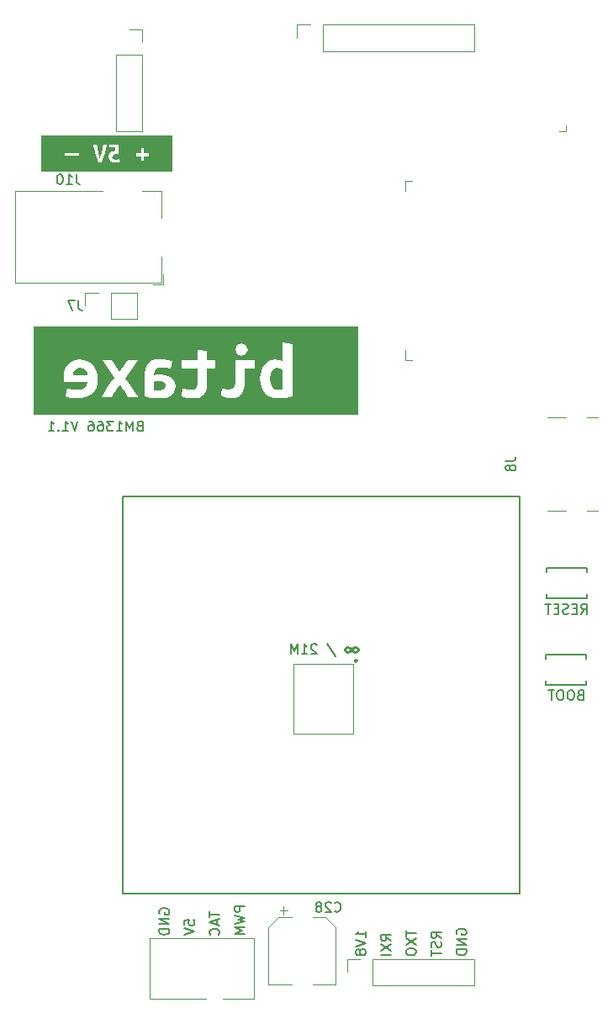
<source format=gbr>
%TF.GenerationSoftware,KiCad,Pcbnew,7.0.2*%
%TF.CreationDate,2023-09-06T19:35:36-04:00*%
%TF.ProjectId,bitaxeUltra,62697461-7865-4556-9c74-72612e6b6963,rev?*%
%TF.SameCoordinates,Original*%
%TF.FileFunction,Legend,Bot*%
%TF.FilePolarity,Positive*%
%FSLAX46Y46*%
G04 Gerber Fmt 4.6, Leading zero omitted, Abs format (unit mm)*
G04 Created by KiCad (PCBNEW 7.0.2) date 2023-09-06 19:35:36*
%MOMM*%
%LPD*%
G01*
G04 APERTURE LIST*
%ADD10C,0.150000*%
%ADD11C,0.250000*%
%ADD12C,0.120000*%
%ADD13C,0.050000*%
%ADD14C,0.227485*%
%ADD15C,0.152400*%
G04 APERTURE END LIST*
D10*
X85450000Y-95700000D02*
X125430000Y-95700000D01*
X125430000Y-135690000D01*
X85450000Y-135690000D01*
X85450000Y-95700000D01*
X117510119Y-140152046D02*
X117033928Y-139818713D01*
X117510119Y-139580618D02*
X116510119Y-139580618D01*
X116510119Y-139580618D02*
X116510119Y-139961570D01*
X116510119Y-139961570D02*
X116557738Y-140056808D01*
X116557738Y-140056808D02*
X116605357Y-140104427D01*
X116605357Y-140104427D02*
X116700595Y-140152046D01*
X116700595Y-140152046D02*
X116843452Y-140152046D01*
X116843452Y-140152046D02*
X116938690Y-140104427D01*
X116938690Y-140104427D02*
X116986309Y-140056808D01*
X116986309Y-140056808D02*
X117033928Y-139961570D01*
X117033928Y-139961570D02*
X117033928Y-139580618D01*
X117462500Y-140532999D02*
X117510119Y-140675856D01*
X117510119Y-140675856D02*
X117510119Y-140913951D01*
X117510119Y-140913951D02*
X117462500Y-141009189D01*
X117462500Y-141009189D02*
X117414880Y-141056808D01*
X117414880Y-141056808D02*
X117319642Y-141104427D01*
X117319642Y-141104427D02*
X117224404Y-141104427D01*
X117224404Y-141104427D02*
X117129166Y-141056808D01*
X117129166Y-141056808D02*
X117081547Y-141009189D01*
X117081547Y-141009189D02*
X117033928Y-140913951D01*
X117033928Y-140913951D02*
X116986309Y-140723475D01*
X116986309Y-140723475D02*
X116938690Y-140628237D01*
X116938690Y-140628237D02*
X116891071Y-140580618D01*
X116891071Y-140580618D02*
X116795833Y-140532999D01*
X116795833Y-140532999D02*
X116700595Y-140532999D01*
X116700595Y-140532999D02*
X116605357Y-140580618D01*
X116605357Y-140580618D02*
X116557738Y-140628237D01*
X116557738Y-140628237D02*
X116510119Y-140723475D01*
X116510119Y-140723475D02*
X116510119Y-140961570D01*
X116510119Y-140961570D02*
X116557738Y-141104427D01*
X116510119Y-141390142D02*
X116510119Y-141961570D01*
X117510119Y-141675856D02*
X116510119Y-141675856D01*
X91671619Y-138827523D02*
X91671619Y-138351333D01*
X91671619Y-138351333D02*
X92147809Y-138303714D01*
X92147809Y-138303714D02*
X92100190Y-138351333D01*
X92100190Y-138351333D02*
X92052571Y-138446571D01*
X92052571Y-138446571D02*
X92052571Y-138684666D01*
X92052571Y-138684666D02*
X92100190Y-138779904D01*
X92100190Y-138779904D02*
X92147809Y-138827523D01*
X92147809Y-138827523D02*
X92243047Y-138875142D01*
X92243047Y-138875142D02*
X92481142Y-138875142D01*
X92481142Y-138875142D02*
X92576380Y-138827523D01*
X92576380Y-138827523D02*
X92624000Y-138779904D01*
X92624000Y-138779904D02*
X92671619Y-138684666D01*
X92671619Y-138684666D02*
X92671619Y-138446571D01*
X92671619Y-138446571D02*
X92624000Y-138351333D01*
X92624000Y-138351333D02*
X92576380Y-138303714D01*
X91671619Y-139160857D02*
X92671619Y-139494190D01*
X92671619Y-139494190D02*
X91671619Y-139827523D01*
X109912619Y-140056809D02*
X109912619Y-139485381D01*
X109912619Y-139771095D02*
X108912619Y-139771095D01*
X108912619Y-139771095D02*
X109055476Y-139675857D01*
X109055476Y-139675857D02*
X109150714Y-139580619D01*
X109150714Y-139580619D02*
X109198333Y-139485381D01*
X108912619Y-140342524D02*
X109912619Y-140675857D01*
X109912619Y-140675857D02*
X108912619Y-141009190D01*
X109341190Y-141485381D02*
X109293571Y-141390143D01*
X109293571Y-141390143D02*
X109245952Y-141342524D01*
X109245952Y-141342524D02*
X109150714Y-141294905D01*
X109150714Y-141294905D02*
X109103095Y-141294905D01*
X109103095Y-141294905D02*
X109007857Y-141342524D01*
X109007857Y-141342524D02*
X108960238Y-141390143D01*
X108960238Y-141390143D02*
X108912619Y-141485381D01*
X108912619Y-141485381D02*
X108912619Y-141675857D01*
X108912619Y-141675857D02*
X108960238Y-141771095D01*
X108960238Y-141771095D02*
X109007857Y-141818714D01*
X109007857Y-141818714D02*
X109103095Y-141866333D01*
X109103095Y-141866333D02*
X109150714Y-141866333D01*
X109150714Y-141866333D02*
X109245952Y-141818714D01*
X109245952Y-141818714D02*
X109293571Y-141771095D01*
X109293571Y-141771095D02*
X109341190Y-141675857D01*
X109341190Y-141675857D02*
X109341190Y-141485381D01*
X109341190Y-141485381D02*
X109388809Y-141390143D01*
X109388809Y-141390143D02*
X109436428Y-141342524D01*
X109436428Y-141342524D02*
X109531666Y-141294905D01*
X109531666Y-141294905D02*
X109722142Y-141294905D01*
X109722142Y-141294905D02*
X109817380Y-141342524D01*
X109817380Y-141342524D02*
X109865000Y-141390143D01*
X109865000Y-141390143D02*
X109912619Y-141485381D01*
X109912619Y-141485381D02*
X109912619Y-141675857D01*
X109912619Y-141675857D02*
X109865000Y-141771095D01*
X109865000Y-141771095D02*
X109817380Y-141818714D01*
X109817380Y-141818714D02*
X109722142Y-141866333D01*
X109722142Y-141866333D02*
X109531666Y-141866333D01*
X109531666Y-141866333D02*
X109436428Y-141818714D01*
X109436428Y-141818714D02*
X109388809Y-141771095D01*
X109388809Y-141771095D02*
X109341190Y-141675857D01*
X106026190Y-110525000D02*
X106883332Y-111810714D01*
X104978570Y-110667857D02*
X104930951Y-110620238D01*
X104930951Y-110620238D02*
X104835713Y-110572619D01*
X104835713Y-110572619D02*
X104597618Y-110572619D01*
X104597618Y-110572619D02*
X104502380Y-110620238D01*
X104502380Y-110620238D02*
X104454761Y-110667857D01*
X104454761Y-110667857D02*
X104407142Y-110763095D01*
X104407142Y-110763095D02*
X104407142Y-110858333D01*
X104407142Y-110858333D02*
X104454761Y-111001190D01*
X104454761Y-111001190D02*
X105026189Y-111572619D01*
X105026189Y-111572619D02*
X104407142Y-111572619D01*
X103454761Y-111572619D02*
X104026189Y-111572619D01*
X103740475Y-111572619D02*
X103740475Y-110572619D01*
X103740475Y-110572619D02*
X103835713Y-110715476D01*
X103835713Y-110715476D02*
X103930951Y-110810714D01*
X103930951Y-110810714D02*
X104026189Y-110858333D01*
X103026189Y-111572619D02*
X103026189Y-110572619D01*
X103026189Y-110572619D02*
X102692856Y-111286904D01*
X102692856Y-111286904D02*
X102359523Y-110572619D01*
X102359523Y-110572619D02*
X102359523Y-111572619D01*
X87159761Y-88630809D02*
X87016904Y-88678428D01*
X87016904Y-88678428D02*
X86969285Y-88726047D01*
X86969285Y-88726047D02*
X86921666Y-88821285D01*
X86921666Y-88821285D02*
X86921666Y-88964142D01*
X86921666Y-88964142D02*
X86969285Y-89059380D01*
X86969285Y-89059380D02*
X87016904Y-89107000D01*
X87016904Y-89107000D02*
X87112142Y-89154619D01*
X87112142Y-89154619D02*
X87493094Y-89154619D01*
X87493094Y-89154619D02*
X87493094Y-88154619D01*
X87493094Y-88154619D02*
X87159761Y-88154619D01*
X87159761Y-88154619D02*
X87064523Y-88202238D01*
X87064523Y-88202238D02*
X87016904Y-88249857D01*
X87016904Y-88249857D02*
X86969285Y-88345095D01*
X86969285Y-88345095D02*
X86969285Y-88440333D01*
X86969285Y-88440333D02*
X87016904Y-88535571D01*
X87016904Y-88535571D02*
X87064523Y-88583190D01*
X87064523Y-88583190D02*
X87159761Y-88630809D01*
X87159761Y-88630809D02*
X87493094Y-88630809D01*
X86493094Y-89154619D02*
X86493094Y-88154619D01*
X86493094Y-88154619D02*
X86159761Y-88868904D01*
X86159761Y-88868904D02*
X85826428Y-88154619D01*
X85826428Y-88154619D02*
X85826428Y-89154619D01*
X84826428Y-89154619D02*
X85397856Y-89154619D01*
X85112142Y-89154619D02*
X85112142Y-88154619D01*
X85112142Y-88154619D02*
X85207380Y-88297476D01*
X85207380Y-88297476D02*
X85302618Y-88392714D01*
X85302618Y-88392714D02*
X85397856Y-88440333D01*
X84493094Y-88154619D02*
X83874047Y-88154619D01*
X83874047Y-88154619D02*
X84207380Y-88535571D01*
X84207380Y-88535571D02*
X84064523Y-88535571D01*
X84064523Y-88535571D02*
X83969285Y-88583190D01*
X83969285Y-88583190D02*
X83921666Y-88630809D01*
X83921666Y-88630809D02*
X83874047Y-88726047D01*
X83874047Y-88726047D02*
X83874047Y-88964142D01*
X83874047Y-88964142D02*
X83921666Y-89059380D01*
X83921666Y-89059380D02*
X83969285Y-89107000D01*
X83969285Y-89107000D02*
X84064523Y-89154619D01*
X84064523Y-89154619D02*
X84350237Y-89154619D01*
X84350237Y-89154619D02*
X84445475Y-89107000D01*
X84445475Y-89107000D02*
X84493094Y-89059380D01*
X83016904Y-88154619D02*
X83207380Y-88154619D01*
X83207380Y-88154619D02*
X83302618Y-88202238D01*
X83302618Y-88202238D02*
X83350237Y-88249857D01*
X83350237Y-88249857D02*
X83445475Y-88392714D01*
X83445475Y-88392714D02*
X83493094Y-88583190D01*
X83493094Y-88583190D02*
X83493094Y-88964142D01*
X83493094Y-88964142D02*
X83445475Y-89059380D01*
X83445475Y-89059380D02*
X83397856Y-89107000D01*
X83397856Y-89107000D02*
X83302618Y-89154619D01*
X83302618Y-89154619D02*
X83112142Y-89154619D01*
X83112142Y-89154619D02*
X83016904Y-89107000D01*
X83016904Y-89107000D02*
X82969285Y-89059380D01*
X82969285Y-89059380D02*
X82921666Y-88964142D01*
X82921666Y-88964142D02*
X82921666Y-88726047D01*
X82921666Y-88726047D02*
X82969285Y-88630809D01*
X82969285Y-88630809D02*
X83016904Y-88583190D01*
X83016904Y-88583190D02*
X83112142Y-88535571D01*
X83112142Y-88535571D02*
X83302618Y-88535571D01*
X83302618Y-88535571D02*
X83397856Y-88583190D01*
X83397856Y-88583190D02*
X83445475Y-88630809D01*
X83445475Y-88630809D02*
X83493094Y-88726047D01*
X82064523Y-88154619D02*
X82254999Y-88154619D01*
X82254999Y-88154619D02*
X82350237Y-88202238D01*
X82350237Y-88202238D02*
X82397856Y-88249857D01*
X82397856Y-88249857D02*
X82493094Y-88392714D01*
X82493094Y-88392714D02*
X82540713Y-88583190D01*
X82540713Y-88583190D02*
X82540713Y-88964142D01*
X82540713Y-88964142D02*
X82493094Y-89059380D01*
X82493094Y-89059380D02*
X82445475Y-89107000D01*
X82445475Y-89107000D02*
X82350237Y-89154619D01*
X82350237Y-89154619D02*
X82159761Y-89154619D01*
X82159761Y-89154619D02*
X82064523Y-89107000D01*
X82064523Y-89107000D02*
X82016904Y-89059380D01*
X82016904Y-89059380D02*
X81969285Y-88964142D01*
X81969285Y-88964142D02*
X81969285Y-88726047D01*
X81969285Y-88726047D02*
X82016904Y-88630809D01*
X82016904Y-88630809D02*
X82064523Y-88583190D01*
X82064523Y-88583190D02*
X82159761Y-88535571D01*
X82159761Y-88535571D02*
X82350237Y-88535571D01*
X82350237Y-88535571D02*
X82445475Y-88583190D01*
X82445475Y-88583190D02*
X82493094Y-88630809D01*
X82493094Y-88630809D02*
X82540713Y-88726047D01*
X80921665Y-88154619D02*
X80588332Y-89154619D01*
X80588332Y-89154619D02*
X80254999Y-88154619D01*
X79397856Y-89154619D02*
X79969284Y-89154619D01*
X79683570Y-89154619D02*
X79683570Y-88154619D01*
X79683570Y-88154619D02*
X79778808Y-88297476D01*
X79778808Y-88297476D02*
X79874046Y-88392714D01*
X79874046Y-88392714D02*
X79969284Y-88440333D01*
X78969284Y-89059380D02*
X78921665Y-89107000D01*
X78921665Y-89107000D02*
X78969284Y-89154619D01*
X78969284Y-89154619D02*
X79016903Y-89107000D01*
X79016903Y-89107000D02*
X78969284Y-89059380D01*
X78969284Y-89059380D02*
X78969284Y-89154619D01*
X77969285Y-89154619D02*
X78540713Y-89154619D01*
X78254999Y-89154619D02*
X78254999Y-88154619D01*
X78254999Y-88154619D02*
X78350237Y-88297476D01*
X78350237Y-88297476D02*
X78445475Y-88392714D01*
X78445475Y-88392714D02*
X78540713Y-88440333D01*
D11*
X108279523Y-110932857D02*
X108089047Y-110837619D01*
X108089047Y-110837619D02*
X107898571Y-110932857D01*
X107898571Y-110932857D02*
X107803333Y-111123333D01*
X107803333Y-111123333D02*
X107898571Y-111313809D01*
X107898571Y-111313809D02*
X108089047Y-111409047D01*
X108089047Y-111409047D02*
X108279523Y-111313809D01*
X108279523Y-111313809D02*
X108660475Y-110932857D01*
X108660475Y-110932857D02*
X108850952Y-110837619D01*
X108850952Y-110837619D02*
X109041428Y-110932857D01*
X109041428Y-110932857D02*
X109136666Y-111123333D01*
X109136666Y-111123333D02*
X109041428Y-111313809D01*
X109041428Y-111313809D02*
X108850952Y-111409047D01*
X108850952Y-111409047D02*
X108660475Y-111313809D01*
X108660475Y-111313809D02*
X108279523Y-110932857D01*
D10*
X112445119Y-140437762D02*
X111968928Y-140104429D01*
X112445119Y-139866334D02*
X111445119Y-139866334D01*
X111445119Y-139866334D02*
X111445119Y-140247286D01*
X111445119Y-140247286D02*
X111492738Y-140342524D01*
X111492738Y-140342524D02*
X111540357Y-140390143D01*
X111540357Y-140390143D02*
X111635595Y-140437762D01*
X111635595Y-140437762D02*
X111778452Y-140437762D01*
X111778452Y-140437762D02*
X111873690Y-140390143D01*
X111873690Y-140390143D02*
X111921309Y-140342524D01*
X111921309Y-140342524D02*
X111968928Y-140247286D01*
X111968928Y-140247286D02*
X111968928Y-139866334D01*
X111445119Y-140771096D02*
X112445119Y-141437762D01*
X111445119Y-141437762D02*
X112445119Y-140771096D01*
X112445119Y-141818715D02*
X111445119Y-141818715D01*
X97727619Y-136958238D02*
X96727619Y-136958238D01*
X96727619Y-136958238D02*
X96727619Y-137339190D01*
X96727619Y-137339190D02*
X96775238Y-137434428D01*
X96775238Y-137434428D02*
X96822857Y-137482047D01*
X96822857Y-137482047D02*
X96918095Y-137529666D01*
X96918095Y-137529666D02*
X97060952Y-137529666D01*
X97060952Y-137529666D02*
X97156190Y-137482047D01*
X97156190Y-137482047D02*
X97203809Y-137434428D01*
X97203809Y-137434428D02*
X97251428Y-137339190D01*
X97251428Y-137339190D02*
X97251428Y-136958238D01*
X96727619Y-137863000D02*
X97727619Y-138101095D01*
X97727619Y-138101095D02*
X97013333Y-138291571D01*
X97013333Y-138291571D02*
X97727619Y-138482047D01*
X97727619Y-138482047D02*
X96727619Y-138720143D01*
X97727619Y-139101095D02*
X96727619Y-139101095D01*
X96727619Y-139101095D02*
X97441904Y-139434428D01*
X97441904Y-139434428D02*
X96727619Y-139767761D01*
X96727619Y-139767761D02*
X97727619Y-139767761D01*
X119090238Y-139771095D02*
X119042619Y-139675857D01*
X119042619Y-139675857D02*
X119042619Y-139533000D01*
X119042619Y-139533000D02*
X119090238Y-139390143D01*
X119090238Y-139390143D02*
X119185476Y-139294905D01*
X119185476Y-139294905D02*
X119280714Y-139247286D01*
X119280714Y-139247286D02*
X119471190Y-139199667D01*
X119471190Y-139199667D02*
X119614047Y-139199667D01*
X119614047Y-139199667D02*
X119804523Y-139247286D01*
X119804523Y-139247286D02*
X119899761Y-139294905D01*
X119899761Y-139294905D02*
X119995000Y-139390143D01*
X119995000Y-139390143D02*
X120042619Y-139533000D01*
X120042619Y-139533000D02*
X120042619Y-139628238D01*
X120042619Y-139628238D02*
X119995000Y-139771095D01*
X119995000Y-139771095D02*
X119947380Y-139818714D01*
X119947380Y-139818714D02*
X119614047Y-139818714D01*
X119614047Y-139818714D02*
X119614047Y-139628238D01*
X120042619Y-140247286D02*
X119042619Y-140247286D01*
X119042619Y-140247286D02*
X120042619Y-140818714D01*
X120042619Y-140818714D02*
X119042619Y-140818714D01*
X120042619Y-141294905D02*
X119042619Y-141294905D01*
X119042619Y-141294905D02*
X119042619Y-141533000D01*
X119042619Y-141533000D02*
X119090238Y-141675857D01*
X119090238Y-141675857D02*
X119185476Y-141771095D01*
X119185476Y-141771095D02*
X119280714Y-141818714D01*
X119280714Y-141818714D02*
X119471190Y-141866333D01*
X119471190Y-141866333D02*
X119614047Y-141866333D01*
X119614047Y-141866333D02*
X119804523Y-141818714D01*
X119804523Y-141818714D02*
X119899761Y-141771095D01*
X119899761Y-141771095D02*
X119995000Y-141675857D01*
X119995000Y-141675857D02*
X120042619Y-141533000D01*
X120042619Y-141533000D02*
X120042619Y-141294905D01*
X113977619Y-139390143D02*
X113977619Y-139961571D01*
X114977619Y-139675857D02*
X113977619Y-139675857D01*
X113977619Y-140199667D02*
X114977619Y-140866333D01*
X113977619Y-140866333D02*
X114977619Y-140199667D01*
X113977619Y-141437762D02*
X113977619Y-141628238D01*
X113977619Y-141628238D02*
X114025238Y-141723476D01*
X114025238Y-141723476D02*
X114120476Y-141818714D01*
X114120476Y-141818714D02*
X114310952Y-141866333D01*
X114310952Y-141866333D02*
X114644285Y-141866333D01*
X114644285Y-141866333D02*
X114834761Y-141818714D01*
X114834761Y-141818714D02*
X114930000Y-141723476D01*
X114930000Y-141723476D02*
X114977619Y-141628238D01*
X114977619Y-141628238D02*
X114977619Y-141437762D01*
X114977619Y-141437762D02*
X114930000Y-141342524D01*
X114930000Y-141342524D02*
X114834761Y-141247286D01*
X114834761Y-141247286D02*
X114644285Y-141199667D01*
X114644285Y-141199667D02*
X114310952Y-141199667D01*
X114310952Y-141199667D02*
X114120476Y-141247286D01*
X114120476Y-141247286D02*
X114025238Y-141342524D01*
X114025238Y-141342524D02*
X113977619Y-141437762D01*
X94195119Y-137482047D02*
X94195119Y-138053475D01*
X95195119Y-137767761D02*
X94195119Y-137767761D01*
X94909404Y-138339190D02*
X94909404Y-138815380D01*
X95195119Y-138243952D02*
X94195119Y-138577285D01*
X94195119Y-138577285D02*
X95195119Y-138910618D01*
X95099880Y-139815380D02*
X95147500Y-139767761D01*
X95147500Y-139767761D02*
X95195119Y-139624904D01*
X95195119Y-139624904D02*
X95195119Y-139529666D01*
X95195119Y-139529666D02*
X95147500Y-139386809D01*
X95147500Y-139386809D02*
X95052261Y-139291571D01*
X95052261Y-139291571D02*
X94957023Y-139243952D01*
X94957023Y-139243952D02*
X94766547Y-139196333D01*
X94766547Y-139196333D02*
X94623690Y-139196333D01*
X94623690Y-139196333D02*
X94433214Y-139243952D01*
X94433214Y-139243952D02*
X94337976Y-139291571D01*
X94337976Y-139291571D02*
X94242738Y-139386809D01*
X94242738Y-139386809D02*
X94195119Y-139529666D01*
X94195119Y-139529666D02*
X94195119Y-139624904D01*
X94195119Y-139624904D02*
X94242738Y-139767761D01*
X94242738Y-139767761D02*
X94290357Y-139815380D01*
X89177738Y-137720143D02*
X89130119Y-137624905D01*
X89130119Y-137624905D02*
X89130119Y-137482048D01*
X89130119Y-137482048D02*
X89177738Y-137339191D01*
X89177738Y-137339191D02*
X89272976Y-137243953D01*
X89272976Y-137243953D02*
X89368214Y-137196334D01*
X89368214Y-137196334D02*
X89558690Y-137148715D01*
X89558690Y-137148715D02*
X89701547Y-137148715D01*
X89701547Y-137148715D02*
X89892023Y-137196334D01*
X89892023Y-137196334D02*
X89987261Y-137243953D01*
X89987261Y-137243953D02*
X90082500Y-137339191D01*
X90082500Y-137339191D02*
X90130119Y-137482048D01*
X90130119Y-137482048D02*
X90130119Y-137577286D01*
X90130119Y-137577286D02*
X90082500Y-137720143D01*
X90082500Y-137720143D02*
X90034880Y-137767762D01*
X90034880Y-137767762D02*
X89701547Y-137767762D01*
X89701547Y-137767762D02*
X89701547Y-137577286D01*
X90130119Y-138196334D02*
X89130119Y-138196334D01*
X89130119Y-138196334D02*
X90130119Y-138767762D01*
X90130119Y-138767762D02*
X89130119Y-138767762D01*
X90130119Y-139243953D02*
X89130119Y-139243953D01*
X89130119Y-139243953D02*
X89130119Y-139482048D01*
X89130119Y-139482048D02*
X89177738Y-139624905D01*
X89177738Y-139624905D02*
X89272976Y-139720143D01*
X89272976Y-139720143D02*
X89368214Y-139767762D01*
X89368214Y-139767762D02*
X89558690Y-139815381D01*
X89558690Y-139815381D02*
X89701547Y-139815381D01*
X89701547Y-139815381D02*
X89892023Y-139767762D01*
X89892023Y-139767762D02*
X89987261Y-139720143D01*
X89987261Y-139720143D02*
X90082500Y-139624905D01*
X90082500Y-139624905D02*
X90130119Y-139482048D01*
X90130119Y-139482048D02*
X90130119Y-139243953D01*
%TO.C,J7*%
X81003333Y-76002619D02*
X81003333Y-76716904D01*
X81003333Y-76716904D02*
X81050952Y-76859761D01*
X81050952Y-76859761D02*
X81146190Y-76955000D01*
X81146190Y-76955000D02*
X81289047Y-77002619D01*
X81289047Y-77002619D02*
X81384285Y-77002619D01*
X80622380Y-76002619D02*
X79955714Y-76002619D01*
X79955714Y-76002619D02*
X80384285Y-77002619D01*
%TO.C,J8*%
X124010619Y-92122666D02*
X124724904Y-92122666D01*
X124724904Y-92122666D02*
X124867761Y-92075047D01*
X124867761Y-92075047D02*
X124963000Y-91979809D01*
X124963000Y-91979809D02*
X125010619Y-91836952D01*
X125010619Y-91836952D02*
X125010619Y-91741714D01*
X124439190Y-92741714D02*
X124391571Y-92646476D01*
X124391571Y-92646476D02*
X124343952Y-92598857D01*
X124343952Y-92598857D02*
X124248714Y-92551238D01*
X124248714Y-92551238D02*
X124201095Y-92551238D01*
X124201095Y-92551238D02*
X124105857Y-92598857D01*
X124105857Y-92598857D02*
X124058238Y-92646476D01*
X124058238Y-92646476D02*
X124010619Y-92741714D01*
X124010619Y-92741714D02*
X124010619Y-92932190D01*
X124010619Y-92932190D02*
X124058238Y-93027428D01*
X124058238Y-93027428D02*
X124105857Y-93075047D01*
X124105857Y-93075047D02*
X124201095Y-93122666D01*
X124201095Y-93122666D02*
X124248714Y-93122666D01*
X124248714Y-93122666D02*
X124343952Y-93075047D01*
X124343952Y-93075047D02*
X124391571Y-93027428D01*
X124391571Y-93027428D02*
X124439190Y-92932190D01*
X124439190Y-92932190D02*
X124439190Y-92741714D01*
X124439190Y-92741714D02*
X124486809Y-92646476D01*
X124486809Y-92646476D02*
X124534428Y-92598857D01*
X124534428Y-92598857D02*
X124629666Y-92551238D01*
X124629666Y-92551238D02*
X124820142Y-92551238D01*
X124820142Y-92551238D02*
X124915380Y-92598857D01*
X124915380Y-92598857D02*
X124963000Y-92646476D01*
X124963000Y-92646476D02*
X125010619Y-92741714D01*
X125010619Y-92741714D02*
X125010619Y-92932190D01*
X125010619Y-92932190D02*
X124963000Y-93027428D01*
X124963000Y-93027428D02*
X124915380Y-93075047D01*
X124915380Y-93075047D02*
X124820142Y-93122666D01*
X124820142Y-93122666D02*
X124629666Y-93122666D01*
X124629666Y-93122666D02*
X124534428Y-93075047D01*
X124534428Y-93075047D02*
X124486809Y-93027428D01*
X124486809Y-93027428D02*
X124439190Y-92932190D01*
%TO.C,J10*%
X80782523Y-63296619D02*
X80782523Y-64010904D01*
X80782523Y-64010904D02*
X80830142Y-64153761D01*
X80830142Y-64153761D02*
X80925380Y-64249000D01*
X80925380Y-64249000D02*
X81068237Y-64296619D01*
X81068237Y-64296619D02*
X81163475Y-64296619D01*
X79782523Y-64296619D02*
X80353951Y-64296619D01*
X80068237Y-64296619D02*
X80068237Y-63296619D01*
X80068237Y-63296619D02*
X80163475Y-63439476D01*
X80163475Y-63439476D02*
X80258713Y-63534714D01*
X80258713Y-63534714D02*
X80353951Y-63582333D01*
X79163475Y-63296619D02*
X79068237Y-63296619D01*
X79068237Y-63296619D02*
X78972999Y-63344238D01*
X78972999Y-63344238D02*
X78925380Y-63391857D01*
X78925380Y-63391857D02*
X78877761Y-63487095D01*
X78877761Y-63487095D02*
X78830142Y-63677571D01*
X78830142Y-63677571D02*
X78830142Y-63915666D01*
X78830142Y-63915666D02*
X78877761Y-64106142D01*
X78877761Y-64106142D02*
X78925380Y-64201380D01*
X78925380Y-64201380D02*
X78972999Y-64249000D01*
X78972999Y-64249000D02*
X79068237Y-64296619D01*
X79068237Y-64296619D02*
X79163475Y-64296619D01*
X79163475Y-64296619D02*
X79258713Y-64249000D01*
X79258713Y-64249000D02*
X79306332Y-64201380D01*
X79306332Y-64201380D02*
X79353951Y-64106142D01*
X79353951Y-64106142D02*
X79401570Y-63915666D01*
X79401570Y-63915666D02*
X79401570Y-63677571D01*
X79401570Y-63677571D02*
X79353951Y-63487095D01*
X79353951Y-63487095D02*
X79306332Y-63391857D01*
X79306332Y-63391857D02*
X79258713Y-63344238D01*
X79258713Y-63344238D02*
X79163475Y-63296619D01*
%TO.C,C28*%
X106790857Y-137442380D02*
X106838476Y-137490000D01*
X106838476Y-137490000D02*
X106981333Y-137537619D01*
X106981333Y-137537619D02*
X107076571Y-137537619D01*
X107076571Y-137537619D02*
X107219428Y-137490000D01*
X107219428Y-137490000D02*
X107314666Y-137394761D01*
X107314666Y-137394761D02*
X107362285Y-137299523D01*
X107362285Y-137299523D02*
X107409904Y-137109047D01*
X107409904Y-137109047D02*
X107409904Y-136966190D01*
X107409904Y-136966190D02*
X107362285Y-136775714D01*
X107362285Y-136775714D02*
X107314666Y-136680476D01*
X107314666Y-136680476D02*
X107219428Y-136585238D01*
X107219428Y-136585238D02*
X107076571Y-136537619D01*
X107076571Y-136537619D02*
X106981333Y-136537619D01*
X106981333Y-136537619D02*
X106838476Y-136585238D01*
X106838476Y-136585238D02*
X106790857Y-136632857D01*
X106409904Y-136632857D02*
X106362285Y-136585238D01*
X106362285Y-136585238D02*
X106267047Y-136537619D01*
X106267047Y-136537619D02*
X106028952Y-136537619D01*
X106028952Y-136537619D02*
X105933714Y-136585238D01*
X105933714Y-136585238D02*
X105886095Y-136632857D01*
X105886095Y-136632857D02*
X105838476Y-136728095D01*
X105838476Y-136728095D02*
X105838476Y-136823333D01*
X105838476Y-136823333D02*
X105886095Y-136966190D01*
X105886095Y-136966190D02*
X106457523Y-137537619D01*
X106457523Y-137537619D02*
X105838476Y-137537619D01*
X105267047Y-136966190D02*
X105362285Y-136918571D01*
X105362285Y-136918571D02*
X105409904Y-136870952D01*
X105409904Y-136870952D02*
X105457523Y-136775714D01*
X105457523Y-136775714D02*
X105457523Y-136728095D01*
X105457523Y-136728095D02*
X105409904Y-136632857D01*
X105409904Y-136632857D02*
X105362285Y-136585238D01*
X105362285Y-136585238D02*
X105267047Y-136537619D01*
X105267047Y-136537619D02*
X105076571Y-136537619D01*
X105076571Y-136537619D02*
X104981333Y-136585238D01*
X104981333Y-136585238D02*
X104933714Y-136632857D01*
X104933714Y-136632857D02*
X104886095Y-136728095D01*
X104886095Y-136728095D02*
X104886095Y-136775714D01*
X104886095Y-136775714D02*
X104933714Y-136870952D01*
X104933714Y-136870952D02*
X104981333Y-136918571D01*
X104981333Y-136918571D02*
X105076571Y-136966190D01*
X105076571Y-136966190D02*
X105267047Y-136966190D01*
X105267047Y-136966190D02*
X105362285Y-137013809D01*
X105362285Y-137013809D02*
X105409904Y-137061428D01*
X105409904Y-137061428D02*
X105457523Y-137156666D01*
X105457523Y-137156666D02*
X105457523Y-137347142D01*
X105457523Y-137347142D02*
X105409904Y-137442380D01*
X105409904Y-137442380D02*
X105362285Y-137490000D01*
X105362285Y-137490000D02*
X105267047Y-137537619D01*
X105267047Y-137537619D02*
X105076571Y-137537619D01*
X105076571Y-137537619D02*
X104981333Y-137490000D01*
X104981333Y-137490000D02*
X104933714Y-137442380D01*
X104933714Y-137442380D02*
X104886095Y-137347142D01*
X104886095Y-137347142D02*
X104886095Y-137156666D01*
X104886095Y-137156666D02*
X104933714Y-137061428D01*
X104933714Y-137061428D02*
X104981333Y-137013809D01*
X104981333Y-137013809D02*
X105076571Y-136966190D01*
%TO.C,SW1*%
X131608381Y-107538619D02*
X131941714Y-107062428D01*
X132179809Y-107538619D02*
X132179809Y-106538619D01*
X132179809Y-106538619D02*
X131798857Y-106538619D01*
X131798857Y-106538619D02*
X131703619Y-106586238D01*
X131703619Y-106586238D02*
X131656000Y-106633857D01*
X131656000Y-106633857D02*
X131608381Y-106729095D01*
X131608381Y-106729095D02*
X131608381Y-106871952D01*
X131608381Y-106871952D02*
X131656000Y-106967190D01*
X131656000Y-106967190D02*
X131703619Y-107014809D01*
X131703619Y-107014809D02*
X131798857Y-107062428D01*
X131798857Y-107062428D02*
X132179809Y-107062428D01*
X131179809Y-107014809D02*
X130846476Y-107014809D01*
X130703619Y-107538619D02*
X131179809Y-107538619D01*
X131179809Y-107538619D02*
X131179809Y-106538619D01*
X131179809Y-106538619D02*
X130703619Y-106538619D01*
X130322666Y-107491000D02*
X130179809Y-107538619D01*
X130179809Y-107538619D02*
X129941714Y-107538619D01*
X129941714Y-107538619D02*
X129846476Y-107491000D01*
X129846476Y-107491000D02*
X129798857Y-107443380D01*
X129798857Y-107443380D02*
X129751238Y-107348142D01*
X129751238Y-107348142D02*
X129751238Y-107252904D01*
X129751238Y-107252904D02*
X129798857Y-107157666D01*
X129798857Y-107157666D02*
X129846476Y-107110047D01*
X129846476Y-107110047D02*
X129941714Y-107062428D01*
X129941714Y-107062428D02*
X130132190Y-107014809D01*
X130132190Y-107014809D02*
X130227428Y-106967190D01*
X130227428Y-106967190D02*
X130275047Y-106919571D01*
X130275047Y-106919571D02*
X130322666Y-106824333D01*
X130322666Y-106824333D02*
X130322666Y-106729095D01*
X130322666Y-106729095D02*
X130275047Y-106633857D01*
X130275047Y-106633857D02*
X130227428Y-106586238D01*
X130227428Y-106586238D02*
X130132190Y-106538619D01*
X130132190Y-106538619D02*
X129894095Y-106538619D01*
X129894095Y-106538619D02*
X129751238Y-106586238D01*
X129322666Y-107014809D02*
X128989333Y-107014809D01*
X128846476Y-107538619D02*
X129322666Y-107538619D01*
X129322666Y-107538619D02*
X129322666Y-106538619D01*
X129322666Y-106538619D02*
X128846476Y-106538619D01*
X128560761Y-106538619D02*
X127989333Y-106538619D01*
X128275047Y-107538619D02*
X128275047Y-106538619D01*
%TO.C,SW2*%
X131514142Y-115666809D02*
X131371285Y-115714428D01*
X131371285Y-115714428D02*
X131323666Y-115762047D01*
X131323666Y-115762047D02*
X131276047Y-115857285D01*
X131276047Y-115857285D02*
X131276047Y-116000142D01*
X131276047Y-116000142D02*
X131323666Y-116095380D01*
X131323666Y-116095380D02*
X131371285Y-116143000D01*
X131371285Y-116143000D02*
X131466523Y-116190619D01*
X131466523Y-116190619D02*
X131847475Y-116190619D01*
X131847475Y-116190619D02*
X131847475Y-115190619D01*
X131847475Y-115190619D02*
X131514142Y-115190619D01*
X131514142Y-115190619D02*
X131418904Y-115238238D01*
X131418904Y-115238238D02*
X131371285Y-115285857D01*
X131371285Y-115285857D02*
X131323666Y-115381095D01*
X131323666Y-115381095D02*
X131323666Y-115476333D01*
X131323666Y-115476333D02*
X131371285Y-115571571D01*
X131371285Y-115571571D02*
X131418904Y-115619190D01*
X131418904Y-115619190D02*
X131514142Y-115666809D01*
X131514142Y-115666809D02*
X131847475Y-115666809D01*
X130656999Y-115190619D02*
X130466523Y-115190619D01*
X130466523Y-115190619D02*
X130371285Y-115238238D01*
X130371285Y-115238238D02*
X130276047Y-115333476D01*
X130276047Y-115333476D02*
X130228428Y-115523952D01*
X130228428Y-115523952D02*
X130228428Y-115857285D01*
X130228428Y-115857285D02*
X130276047Y-116047761D01*
X130276047Y-116047761D02*
X130371285Y-116143000D01*
X130371285Y-116143000D02*
X130466523Y-116190619D01*
X130466523Y-116190619D02*
X130656999Y-116190619D01*
X130656999Y-116190619D02*
X130752237Y-116143000D01*
X130752237Y-116143000D02*
X130847475Y-116047761D01*
X130847475Y-116047761D02*
X130895094Y-115857285D01*
X130895094Y-115857285D02*
X130895094Y-115523952D01*
X130895094Y-115523952D02*
X130847475Y-115333476D01*
X130847475Y-115333476D02*
X130752237Y-115238238D01*
X130752237Y-115238238D02*
X130656999Y-115190619D01*
X129609380Y-115190619D02*
X129418904Y-115190619D01*
X129418904Y-115190619D02*
X129323666Y-115238238D01*
X129323666Y-115238238D02*
X129228428Y-115333476D01*
X129228428Y-115333476D02*
X129180809Y-115523952D01*
X129180809Y-115523952D02*
X129180809Y-115857285D01*
X129180809Y-115857285D02*
X129228428Y-116047761D01*
X129228428Y-116047761D02*
X129323666Y-116143000D01*
X129323666Y-116143000D02*
X129418904Y-116190619D01*
X129418904Y-116190619D02*
X129609380Y-116190619D01*
X129609380Y-116190619D02*
X129704618Y-116143000D01*
X129704618Y-116143000D02*
X129799856Y-116047761D01*
X129799856Y-116047761D02*
X129847475Y-115857285D01*
X129847475Y-115857285D02*
X129847475Y-115523952D01*
X129847475Y-115523952D02*
X129799856Y-115333476D01*
X129799856Y-115333476D02*
X129704618Y-115238238D01*
X129704618Y-115238238D02*
X129609380Y-115190619D01*
X128895094Y-115190619D02*
X128323666Y-115190619D01*
X128609380Y-116190619D02*
X128609380Y-115190619D01*
D12*
%TO.C,J4*%
X88198600Y-140193000D02*
X98663400Y-140193000D01*
X88198600Y-146289000D02*
X88198600Y-140193000D01*
X93861825Y-146289000D02*
X88198600Y-146289000D01*
X98663400Y-140193000D02*
X98663400Y-146289000D01*
X98663400Y-146289000D02*
X95540175Y-146289000D01*
%TO.C,J9*%
X87436000Y-58988000D02*
X84776000Y-58988000D01*
X87436000Y-51308000D02*
X87436000Y-58988000D01*
X87436000Y-51308000D02*
X84776000Y-51308000D01*
X87436000Y-50038000D02*
X87436000Y-48708000D01*
X87436000Y-48708000D02*
X86106000Y-48708000D01*
X84776000Y-51308000D02*
X84776000Y-58988000D01*
%TO.C,J6*%
X120863000Y-48257000D02*
X120863000Y-50917000D01*
X105563000Y-48257000D02*
X120863000Y-48257000D01*
X105563000Y-48257000D02*
X105563000Y-50917000D01*
X104293000Y-48257000D02*
X102963000Y-48257000D01*
X102963000Y-48257000D02*
X102963000Y-49587000D01*
X105563000Y-50917000D02*
X120863000Y-50917000D01*
%TO.C,J7*%
X86870000Y-75210000D02*
X86870000Y-77870000D01*
X84270000Y-75210000D02*
X86870000Y-75210000D01*
X84270000Y-75210000D02*
X84270000Y-77870000D01*
X83000000Y-75210000D02*
X81670000Y-75210000D01*
X81670000Y-75210000D02*
X81670000Y-76540000D01*
X84270000Y-77870000D02*
X86870000Y-77870000D01*
%TO.C,J3*%
X120840000Y-142250000D02*
X120840000Y-144910000D01*
X110620000Y-142250000D02*
X120840000Y-142250000D01*
X110620000Y-142250000D02*
X110620000Y-144910000D01*
X109350000Y-142250000D02*
X108020000Y-142250000D01*
X108020000Y-142250000D02*
X108020000Y-143580000D01*
X110620000Y-144910000D02*
X120840000Y-144910000D01*
%TO.C,J8*%
X132148000Y-87786000D02*
X133298000Y-87786000D01*
X130048000Y-87786000D02*
X128248000Y-87786000D01*
X132148000Y-97126000D02*
X133298000Y-97126000D01*
X130048000Y-97126000D02*
X128248000Y-97126000D01*
%TO.C,J10*%
X74623000Y-64984000D02*
X74623000Y-74184000D01*
X74623000Y-74184000D02*
X89323000Y-74184000D01*
X83423000Y-64984000D02*
X74623000Y-64984000D01*
X88473000Y-74384000D02*
X89523000Y-74384000D01*
X89323000Y-64984000D02*
X87423000Y-64984000D01*
X89323000Y-67684000D02*
X89323000Y-64984000D01*
X89323000Y-74184000D02*
X89323000Y-71584000D01*
X89523000Y-73334000D02*
X89523000Y-74384000D01*
%TO.C,U12*%
X113860000Y-81960000D02*
X113860000Y-80960000D01*
X114610000Y-81960000D02*
X113860000Y-81960000D01*
X113860000Y-63960000D02*
X113860000Y-64960000D01*
X114610000Y-63960000D02*
X113860000Y-63960000D01*
%TO.C,J5*%
X130035000Y-59000000D02*
X130035000Y-58365000D01*
X129400000Y-59000000D02*
X130035000Y-59000000D01*
D13*
%TO.C,U14*%
X108612000Y-112568000D02*
X102612000Y-112568000D01*
X102612000Y-112568000D02*
X102612000Y-119568000D01*
X102612000Y-119568000D02*
X108612000Y-119568000D01*
X108612000Y-119568000D02*
X108612000Y-112568000D01*
D14*
X109045742Y-112258000D02*
G75*
G03*
X109045742Y-112258000I-113742J0D01*
G01*
D12*
%TO.C,C28*%
X101642500Y-136982500D02*
X101642500Y-137770000D01*
X101248750Y-137376250D02*
X102036250Y-137376250D01*
X105835563Y-138010000D02*
X104550000Y-138010000D01*
X105835563Y-138010000D02*
X106900000Y-139074437D01*
X101144437Y-138010000D02*
X102430000Y-138010000D01*
X101144437Y-138010000D02*
X100080000Y-139074437D01*
X106900000Y-139074437D02*
X106900000Y-144830000D01*
X100080000Y-139074437D02*
X100080000Y-144830000D01*
X106900000Y-144830000D02*
X104550000Y-144830000D01*
X100080000Y-144830000D02*
X102430000Y-144830000D01*
D15*
%TO.C,SW1*%
X132218000Y-105972000D02*
X128154000Y-105972000D01*
X132218000Y-105542740D02*
X132218000Y-105972000D01*
X132218000Y-102924000D02*
X132218000Y-103353260D01*
X128154000Y-105972000D02*
X128154000Y-105542740D01*
X128154000Y-103353260D02*
X128154000Y-102924000D01*
X128154000Y-102924000D02*
X132218000Y-102924000D01*
%TO.C,kibuzzard-6392B1E5*%
G36*
X90430350Y-63069470D02*
G01*
X88049100Y-63069470D01*
X87297577Y-63069470D01*
X84728685Y-63069470D01*
X83345655Y-63069470D01*
X79590900Y-63069470D01*
X77209650Y-63069470D01*
X77209650Y-61185425D01*
X79590900Y-61185425D01*
X79590900Y-61448315D01*
X81019650Y-61448315D01*
X81019650Y-61185425D01*
X79590900Y-61185425D01*
X77209650Y-61185425D01*
X77209650Y-60311030D01*
X82482690Y-60311030D01*
X82520909Y-60492481D01*
X82566986Y-60693935D01*
X82620564Y-60910748D01*
X82681286Y-61138276D01*
X82725577Y-61294486D01*
X82772726Y-61452601D01*
X82822732Y-61612621D01*
X82874802Y-61771848D01*
X82928142Y-61927581D01*
X82982752Y-62079823D01*
X83345655Y-62079823D01*
X83416378Y-61869796D01*
X83491387Y-61634053D01*
X83518395Y-61545470D01*
X84028597Y-61545470D01*
X84071460Y-61772641D01*
X84202905Y-61954093D01*
X84302203Y-62022673D01*
X84422932Y-62074108D01*
X84565093Y-62106254D01*
X84728685Y-62116970D01*
X84868702Y-62108398D01*
X85005862Y-62086966D01*
X85124449Y-62056963D01*
X85205887Y-62025530D01*
X85134450Y-61734065D01*
X84974430Y-61791215D01*
X84865131Y-61810503D01*
X84731542Y-61816933D01*
X84561521Y-61794073D01*
X84455794Y-61735494D01*
X84402930Y-61654055D01*
X84388642Y-61559758D01*
X84403982Y-61474033D01*
X86848950Y-61474033D01*
X87297577Y-61474033D01*
X87297577Y-61971238D01*
X87600472Y-61971238D01*
X87600472Y-61474033D01*
X88049100Y-61474033D01*
X88049100Y-61185425D01*
X87600472Y-61185425D01*
X87600472Y-60688220D01*
X87297577Y-60688220D01*
X87297577Y-61185425D01*
X86848950Y-61185425D01*
X86848950Y-61474033D01*
X84403982Y-61474033D01*
X84412931Y-61424026D01*
X84510086Y-61318299D01*
X84717255Y-61249719D01*
X84872274Y-61231502D01*
X85068727Y-61225430D01*
X85043010Y-60987900D01*
X85023007Y-60755371D01*
X85008006Y-60529272D01*
X84997290Y-60311030D01*
X84094320Y-60311030D01*
X84094320Y-60602495D01*
X84702967Y-60602495D01*
X84717255Y-60793948D01*
X84731542Y-60956825D01*
X84515325Y-60986035D01*
X84339113Y-61043185D01*
X84202905Y-61128275D01*
X84106068Y-61240670D01*
X84047965Y-61379735D01*
X84028597Y-61545470D01*
X83518395Y-61545470D01*
X83541870Y-61468476D01*
X83590447Y-61303218D01*
X83637120Y-61138276D01*
X83681252Y-60976510D01*
X83722210Y-60820776D01*
X83759992Y-60671075D01*
X83807141Y-60471050D01*
X83840002Y-60311030D01*
X83468527Y-60311030D01*
X83447096Y-60459263D01*
X83417092Y-60629641D01*
X83381017Y-60813950D01*
X83341369Y-61003974D01*
X83298506Y-61195426D01*
X83252786Y-61384021D01*
X83205995Y-61561543D01*
X83159917Y-61719778D01*
X83114197Y-61563687D01*
X83068477Y-61386879D01*
X83024186Y-61198284D01*
X82982752Y-61006831D01*
X82944176Y-60816450D01*
X82908457Y-60631070D01*
X82877025Y-60459620D01*
X82851307Y-60311030D01*
X82482690Y-60311030D01*
X77209650Y-60311030D01*
X77209650Y-59358530D01*
X79590900Y-59358530D01*
X88049100Y-59358530D01*
X90430350Y-59358530D01*
X90430350Y-63069470D01*
G37*
%TO.C,kibuzzard-63D74789*%
G36*
X81486990Y-82810844D02*
G01*
X81717177Y-82985469D01*
X81860052Y-83239469D01*
X81927521Y-83533156D01*
X80435271Y-83533156D01*
X80474958Y-83243437D01*
X80601958Y-82993406D01*
X80824208Y-82814813D01*
X81157583Y-82747344D01*
X81486990Y-82810844D01*
G37*
G36*
X89325271Y-84156250D02*
G01*
X89575302Y-84223719D01*
X89745958Y-84358656D01*
X89809458Y-84588844D01*
X89618958Y-84950000D01*
X89126833Y-85057156D01*
X88817271Y-85053188D01*
X88555333Y-85033344D01*
X88555333Y-84176094D01*
X88785521Y-84148313D01*
X89031583Y-84136406D01*
X89325271Y-84156250D01*
G37*
G36*
X101291052Y-82830688D02*
G01*
X101556958Y-82937844D01*
X101556958Y-84961906D01*
X101322802Y-84993656D01*
X101112458Y-85001594D01*
X100771146Y-84937102D01*
X100509208Y-84743625D01*
X100342521Y-84395367D01*
X100286958Y-83866531D01*
X100329622Y-83404172D01*
X100457615Y-83064844D01*
X100672919Y-82856484D01*
X100977521Y-82787031D01*
X101291052Y-82830688D01*
G37*
G36*
X109147854Y-87496615D02*
G01*
X102533271Y-87496615D01*
X101088646Y-87496615D01*
X96405521Y-87496615D01*
X92532021Y-87496615D01*
X89198271Y-87496615D01*
X83332458Y-87496615D01*
X80887708Y-87496615D01*
X79490708Y-87496615D01*
X76514146Y-87496615D01*
X76514146Y-83842719D01*
X79490708Y-83842719D01*
X79494677Y-84041156D01*
X79506583Y-84207844D01*
X81927521Y-84207844D01*
X81852115Y-84534273D01*
X81625896Y-84783312D01*
X81280615Y-84941070D01*
X80848021Y-84993656D01*
X80288427Y-84930156D01*
X79839958Y-84803156D01*
X79705021Y-85636594D01*
X80244771Y-85783438D01*
X80887708Y-85842969D01*
X81339154Y-85812211D01*
X81585443Y-85755656D01*
X83332458Y-85755656D01*
X84348458Y-85755656D01*
X84562771Y-85372672D01*
X84777083Y-85033344D01*
X84985443Y-84731719D01*
X85181896Y-84461844D01*
X85408115Y-84775375D01*
X85610521Y-85080969D01*
X85803005Y-85400453D01*
X85999458Y-85755656D01*
X86991646Y-85755656D01*
X86940154Y-85668344D01*
X87618708Y-85668344D01*
X88253708Y-85779469D01*
X88700193Y-85827094D01*
X89198271Y-85842969D01*
X89845177Y-85779469D01*
X90182146Y-85636594D01*
X91341396Y-85636594D01*
X91924802Y-85795344D01*
X92532021Y-85842969D01*
X93135271Y-85787406D01*
X93530383Y-85596906D01*
X95349833Y-85596906D01*
X95917365Y-85791375D01*
X96405521Y-85842969D01*
X96755763Y-85815188D01*
X97044490Y-85731844D01*
X97457240Y-85410375D01*
X97675521Y-84898406D01*
X97723146Y-84574953D01*
X97739021Y-84207844D01*
X97739021Y-83890344D01*
X99294771Y-83890344D01*
X99324536Y-84314008D01*
X99413833Y-84696000D01*
X99560677Y-85030367D01*
X99763083Y-85311156D01*
X100019068Y-85536383D01*
X100326646Y-85704063D01*
X100683833Y-85808242D01*
X101088646Y-85842969D01*
X101473615Y-85829078D01*
X101866521Y-85787406D01*
X102231646Y-85723906D01*
X102533271Y-85644531D01*
X102533271Y-80413719D01*
X101556958Y-80247031D01*
X101556958Y-82112344D01*
X101160083Y-81981375D01*
X100779083Y-81945656D01*
X100435786Y-81980383D01*
X100136146Y-82084562D01*
X99671802Y-82481437D01*
X99508091Y-82764211D01*
X99390021Y-83096594D01*
X99318583Y-83473625D01*
X99294771Y-83890344D01*
X97739021Y-83890344D01*
X97739021Y-82834656D01*
X98770896Y-82834656D01*
X98770896Y-82025031D01*
X97421521Y-82025031D01*
X96762708Y-82025031D01*
X96762708Y-84334844D01*
X96639677Y-84830938D01*
X96230896Y-84993656D01*
X95905458Y-84957938D01*
X95476833Y-84811094D01*
X95349833Y-85596906D01*
X93530383Y-85596906D01*
X93579771Y-85573094D01*
X93857583Y-85124625D01*
X93929021Y-84790258D01*
X93952833Y-84366594D01*
X93952833Y-82834656D01*
X94802146Y-82834656D01*
X94802146Y-82025031D01*
X93952833Y-82025031D01*
X93952833Y-81088406D01*
X93122971Y-80953469D01*
X96802396Y-80953469D01*
X96984958Y-81405906D01*
X97421521Y-81572594D01*
X97854115Y-81405906D01*
X98032708Y-80953469D01*
X97854115Y-80493094D01*
X97421521Y-80326406D01*
X96984958Y-80493094D01*
X96802396Y-80953469D01*
X93122971Y-80953469D01*
X92976521Y-80929656D01*
X92976521Y-82025031D01*
X91412833Y-82025031D01*
X91412833Y-82834656D01*
X92976521Y-82834656D01*
X92976521Y-84342781D01*
X92936833Y-84676156D01*
X92825708Y-84874594D01*
X92651083Y-84969844D01*
X92420896Y-84993656D01*
X92170865Y-84985719D01*
X91948615Y-84957938D01*
X91726365Y-84898406D01*
X91476333Y-84795219D01*
X91341396Y-85636594D01*
X90182146Y-85636594D01*
X90341271Y-85569125D01*
X90658771Y-85188125D01*
X90769896Y-84612656D01*
X90642896Y-84064969D01*
X90301583Y-83707781D01*
X89809458Y-83513312D01*
X89230021Y-83453781D01*
X88870849Y-83469656D01*
X88555333Y-83517281D01*
X88555333Y-83398219D01*
X88729958Y-82933875D01*
X88968083Y-82793977D01*
X89333208Y-82747344D01*
X89868990Y-82787031D01*
X90285708Y-82882281D01*
X90420646Y-82096469D01*
X89904708Y-81981375D01*
X89565380Y-81942680D01*
X89214146Y-81929781D01*
X88792466Y-81956570D01*
X88448177Y-82036937D01*
X87960021Y-82338562D01*
X87698083Y-82814813D01*
X87618708Y-83445844D01*
X87618708Y-85668344D01*
X86940154Y-85668344D01*
X86717802Y-85291313D01*
X86392365Y-84799188D01*
X86035177Y-84303094D01*
X85674021Y-83834781D01*
X86983708Y-82025031D01*
X85959771Y-82025031D01*
X85134271Y-83191844D01*
X84372271Y-82025031D01*
X83380083Y-82025031D01*
X84586583Y-83818906D01*
X84213521Y-84307063D01*
X83864271Y-84826969D01*
X83562646Y-85327031D01*
X83332458Y-85755656D01*
X81585443Y-85755656D01*
X81740990Y-85719938D01*
X82090240Y-85567141D01*
X82383927Y-85354813D01*
X82619076Y-85083945D01*
X82792708Y-84755531D01*
X82899865Y-84368578D01*
X82935583Y-83922094D01*
X82897880Y-83459734D01*
X82784771Y-83056906D01*
X82610146Y-82714602D01*
X82387896Y-82433812D01*
X82123974Y-82214539D01*
X81824333Y-82056781D01*
X81502865Y-81961531D01*
X81173458Y-81929781D01*
X80667222Y-81984021D01*
X80249181Y-82146740D01*
X79919333Y-82417937D01*
X79681208Y-82793205D01*
X79538333Y-83268132D01*
X79490708Y-83842719D01*
X76514146Y-83842719D01*
X76514146Y-78593385D01*
X79490708Y-78593385D01*
X102533271Y-78593385D01*
X109147854Y-78593385D01*
X109147854Y-87496615D01*
G37*
%TO.C,SW2*%
X132114000Y-114679000D02*
X128050000Y-114679000D01*
X132114000Y-114249740D02*
X132114000Y-114679000D01*
X132114000Y-111631000D02*
X132114000Y-112060260D01*
X128050000Y-114679000D02*
X128050000Y-114249740D01*
X128050000Y-112060260D02*
X128050000Y-111631000D01*
X128050000Y-111631000D02*
X132114000Y-111631000D01*
%TD*%
M02*

</source>
